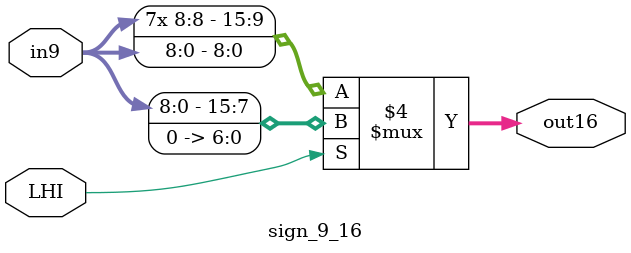
<source format=v>
module sign_9_16 (LHI,in9,out16);
	input LHI;
	input [8:0] in9;
	output reg [15:0] out16;
	wire [6:0]tmp_n;
	wire [6:0]tmp_L;
	
	always @(in9,LHI)
		begin
		if(LHI==1'b0)	out16 <= { {7{in9[8]}} , in9 };
		else			out16 <= { in9 , {7{1'b0}} };
		end
endmodule
</source>
